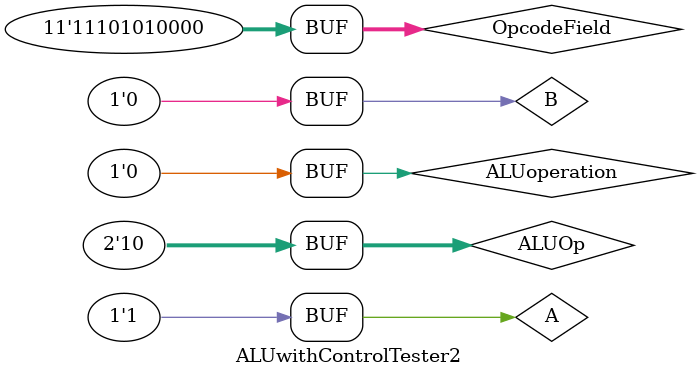
<source format=v>
`timescale 1ns / 1ps

module ALUwithControlTester2;

	// Inputs
	reg [1:0] ALUOp;
	reg [10:0] OpcodeField;
	reg ALUoperation;

	// Instantiate the Unit Under Test (UUT)
	ALUwithControl uut (
		.ALUOp(ALUOp), 
		.OpcodeField(OpcodeField), 
		.ALUoperation(ALUoperation)
	);

	initial begin
		// Initialize Inputs
		ALUOp = 0;
		OpcodeField = 0;
		ALUoperation = 0;

		// Wait 100 ns for global reset to finish
		#100;
        
		// Add stimulus here
		// Testing AND OpcodeField
		A = 64'h5555555555555555;
		B = 64'haaaaaaaaaaaaaaaa;
		ALUOp = 2'b10;
		
		OpcodeField = 11'b10_10001010000;
		#100;
		// Testing OR OpcodeField
		OpcodeField = 11'b10_10101010000;
		#100;
		// Testing ADD OpcodeField
		OpcodeField = 11'b10_10001011000;
		#100
		// Testing Sub OpcodeField
		OpcodeField = 11'b10_11001011000;
		#100
		// Testing Pass B OpcodeField
		OpcodeField = 11'b10_11111000010;
		#100
		// Testing NOR OpcodeField
		OpcodeField = 11'b10_11101010000;
	end
      
endmodule


</source>
